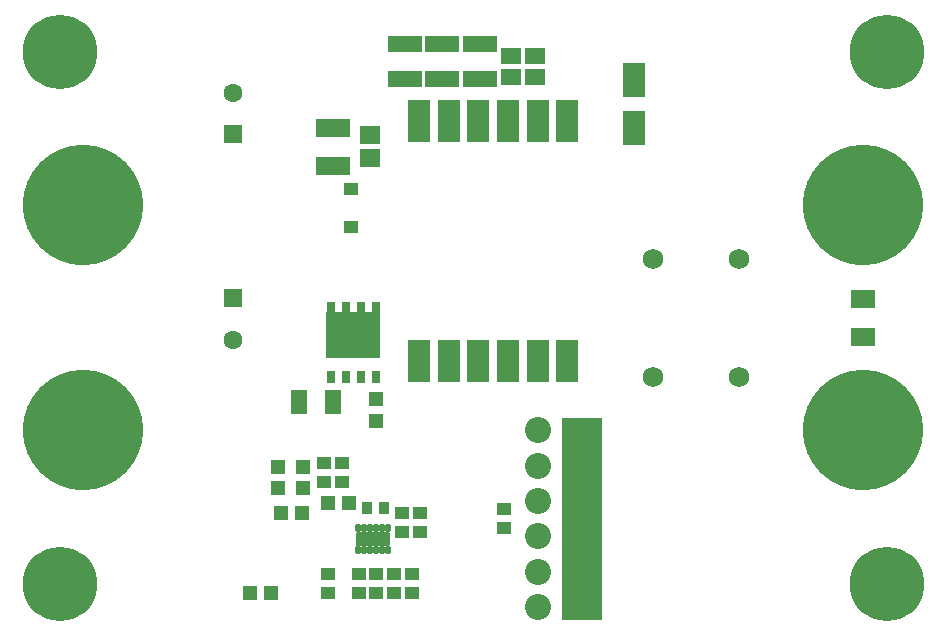
<source format=gts>
G04*
G04 #@! TF.GenerationSoftware,Altium Limited,Altium Designer,18.1.9 (240)*
G04*
G04 Layer_Color=8388736*
%FSLAX25Y25*%
%MOIN*%
G70*
G01*
G75*
%ADD33R,0.13780X0.67717*%
%ADD34R,0.06509X0.05328*%
%ADD35R,0.05131X0.05131*%
%ADD36R,0.06902X0.06115*%
%ADD37R,0.01784X0.01784*%
%ADD38R,0.07690X0.11233*%
%ADD39R,0.03162X0.03950*%
%ADD40R,0.02769X0.04147*%
%ADD41R,0.04737X0.04343*%
%ADD42C,0.08674*%
%ADD43R,0.05131X0.05131*%
%ADD44R,0.03556X0.04343*%
G04:AMPARAMS|DCode=45|XSize=27.69mil|YSize=17.84mil|CornerRadius=4.98mil|HoleSize=0mil|Usage=FLASHONLY|Rotation=270.000|XOffset=0mil|YOffset=0mil|HoleType=Round|Shape=RoundedRectangle|*
%AMROUNDEDRECTD45*
21,1,0.02769,0.00787,0,0,270.0*
21,1,0.01772,0.01784,0,0,270.0*
1,1,0.00997,-0.00394,-0.00886*
1,1,0.00997,-0.00394,0.00886*
1,1,0.00997,0.00394,0.00886*
1,1,0.00997,0.00394,-0.00886*
%
%ADD45ROUNDEDRECTD45*%
G04:AMPARAMS|DCode=46|XSize=47.37mil|YSize=112.33mil|CornerRadius=4.98mil|HoleSize=0mil|Usage=FLASHONLY|Rotation=270.000|XOffset=0mil|YOffset=0mil|HoleType=Round|Shape=RoundedRectangle|*
%AMROUNDEDRECTD46*
21,1,0.04737,0.10236,0,0,270.0*
21,1,0.03740,0.11233,0,0,270.0*
1,1,0.00997,-0.05118,-0.01870*
1,1,0.00997,-0.05118,0.01870*
1,1,0.00997,0.05118,0.01870*
1,1,0.00997,0.05118,-0.01870*
%
%ADD46ROUNDEDRECTD46*%
%ADD47R,0.11430X0.05328*%
%ADD48R,0.07800X0.14300*%
%ADD49R,0.11824X0.06115*%
%ADD50R,0.04816X0.04265*%
%ADD51R,0.08280X0.06115*%
%ADD52R,0.05328X0.07887*%
%ADD53R,0.18162X0.15564*%
%ADD54C,0.40170*%
%ADD55C,0.24816*%
%ADD56C,0.00800*%
%ADD57R,0.06312X0.06312*%
%ADD58C,0.06312*%
%ADD59C,0.06902*%
D33*
X193898Y41339D02*
D03*
D34*
X177953Y195669D02*
D03*
Y188583D02*
D03*
X170079Y195669D02*
D03*
Y188583D02*
D03*
D35*
X83071Y16535D02*
D03*
X90158D02*
D03*
X100394Y43307D02*
D03*
X93307D02*
D03*
X109055Y46457D02*
D03*
X116142D02*
D03*
D36*
X123228Y169291D02*
D03*
Y161417D02*
D03*
D37*
X119095Y31907D02*
D03*
Y32695D02*
D03*
D38*
X211024Y171693D02*
D03*
Y187638D02*
D03*
D39*
X110000Y111614D02*
D03*
X115000D02*
D03*
X120000D02*
D03*
X125000D02*
D03*
D40*
Y88681D02*
D03*
X120000D02*
D03*
X115000D02*
D03*
X110000D02*
D03*
D41*
X107874Y53543D02*
D03*
Y59842D02*
D03*
X113779Y53543D02*
D03*
Y59842D02*
D03*
X109055Y16535D02*
D03*
Y22835D02*
D03*
X167717Y44488D02*
D03*
Y38189D02*
D03*
X133858Y43307D02*
D03*
Y37008D02*
D03*
X139764D02*
D03*
Y43307D02*
D03*
X137008Y16535D02*
D03*
Y22835D02*
D03*
X131102Y16535D02*
D03*
Y22835D02*
D03*
X125197Y16535D02*
D03*
Y22835D02*
D03*
X119291D02*
D03*
Y16535D02*
D03*
D42*
X179134Y70866D02*
D03*
Y59055D02*
D03*
Y47244D02*
D03*
Y35433D02*
D03*
Y23622D02*
D03*
Y11811D02*
D03*
D43*
X92520Y58661D02*
D03*
Y51575D02*
D03*
X100787D02*
D03*
Y58661D02*
D03*
X125000Y81102D02*
D03*
Y74016D02*
D03*
D44*
X127756Y44882D02*
D03*
X122244D02*
D03*
D45*
X128937Y38386D02*
D03*
X126969D02*
D03*
X125000D02*
D03*
X123031D02*
D03*
X121063D02*
D03*
X119095D02*
D03*
Y30906D02*
D03*
X121063D02*
D03*
X123031D02*
D03*
X125000D02*
D03*
X126969D02*
D03*
X128937D02*
D03*
D46*
X124016Y34646D02*
D03*
D47*
X159843Y199606D02*
D03*
Y187795D02*
D03*
X147244Y199606D02*
D03*
Y187795D02*
D03*
X134646Y199606D02*
D03*
Y187795D02*
D03*
D48*
X188779Y173858D02*
D03*
X178937D02*
D03*
X169095D02*
D03*
X159252D02*
D03*
X149409D02*
D03*
X139567D02*
D03*
Y93858D02*
D03*
X149409D02*
D03*
X159252D02*
D03*
X169095D02*
D03*
X178937D02*
D03*
X188779D02*
D03*
D49*
X110630Y171653D02*
D03*
Y159055D02*
D03*
D50*
X116929Y151319D02*
D03*
Y138445D02*
D03*
D51*
X287402Y101969D02*
D03*
Y114567D02*
D03*
D52*
X99410Y80315D02*
D03*
X110827D02*
D03*
D53*
X117500Y102657D02*
D03*
D54*
X27559Y145768D02*
D03*
X287402D02*
D03*
X27559Y70768D02*
D03*
X287402D02*
D03*
D55*
X295276Y196850D02*
D03*
X19685D02*
D03*
Y19685D02*
D03*
X295276D02*
D03*
D56*
Y205709D02*
D03*
X287598Y201279D02*
D03*
Y192421D02*
D03*
X295276Y187992D02*
D03*
X302953Y192421D02*
D03*
Y201279D02*
D03*
X19685Y205709D02*
D03*
X12008Y201279D02*
D03*
Y192421D02*
D03*
X19685Y187992D02*
D03*
X27362Y192421D02*
D03*
Y201279D02*
D03*
X19685Y28543D02*
D03*
X12008Y24114D02*
D03*
Y15256D02*
D03*
X19685Y10827D02*
D03*
X27362Y15256D02*
D03*
Y24114D02*
D03*
X295276Y28543D02*
D03*
X287598Y24114D02*
D03*
Y15256D02*
D03*
X295276Y10827D02*
D03*
X302953Y15256D02*
D03*
Y24114D02*
D03*
D57*
X77559Y169488D02*
D03*
Y114764D02*
D03*
D58*
Y183268D02*
D03*
Y100984D02*
D03*
D59*
X246063Y88583D02*
D03*
Y127953D02*
D03*
X217323Y88583D02*
D03*
Y127953D02*
D03*
M02*

</source>
